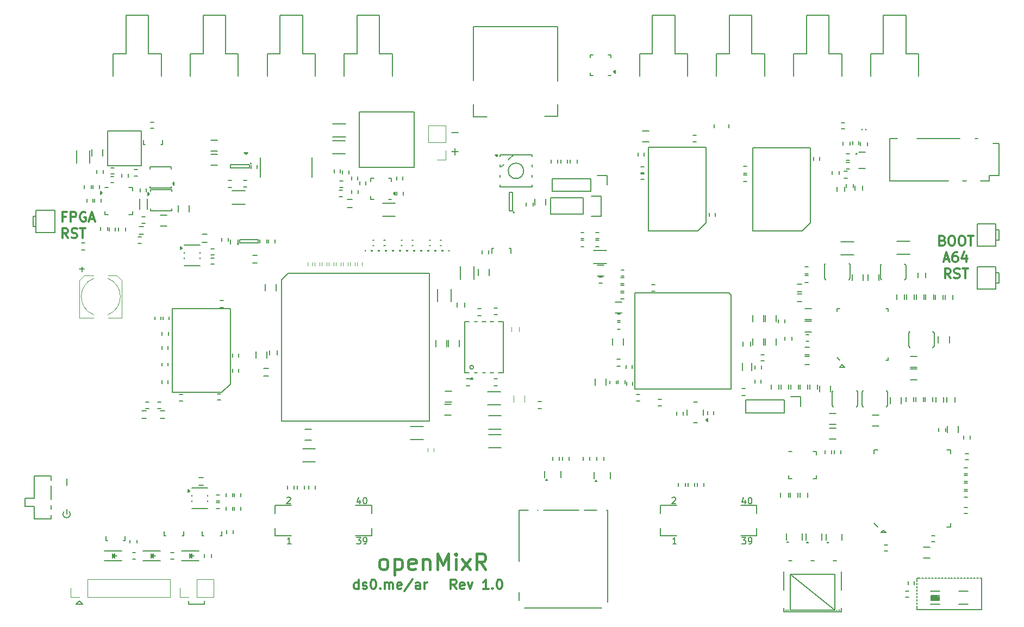
<source format=gto>
G04 #@! TF.FileFunction,Legend,Top*
%FSLAX46Y46*%
G04 Gerber Fmt 4.6, Leading zero omitted, Abs format (unit mm)*
G04 Created by KiCad (PCBNEW 4.0.5) date Sun Feb 12 14:34:10 2017*
%MOMM*%
%LPD*%
G01*
G04 APERTURE LIST*
%ADD10C,0.020000*%
%ADD11C,0.200000*%
%ADD12C,0.450000*%
%ADD13C,0.300000*%
%ADD14C,0.150000*%
%ADD15C,0.120000*%
G04 APERTURE END LIST*
D10*
D11*
X152600000Y-107850000D02*
X152550000Y-107800000D01*
X152450000Y-107850000D02*
X152600000Y-107850000D01*
X152250000Y-107500000D02*
X152550000Y-107800000D01*
X151900000Y-107850000D02*
X152450000Y-107850000D01*
X152250000Y-107500000D02*
X151900000Y-107850000D01*
X110450000Y-36300000D02*
X110200000Y-36050000D01*
X110450000Y-35800000D02*
X110450000Y-36300000D01*
X110200000Y-36050000D02*
X110450000Y-35800000D01*
X30300000Y-55200000D02*
X30300000Y-55150000D01*
X30550000Y-54950000D02*
X30300000Y-55200000D01*
X30300000Y-54700000D02*
X30300000Y-55150000D01*
X30550000Y-54950000D02*
X30300000Y-54700000D01*
X53250000Y-48650000D02*
X52950000Y-48950000D01*
X52650000Y-48650000D02*
X53250000Y-48650000D01*
X52950000Y-48950000D02*
X52650000Y-48650000D01*
X76200000Y-55300000D02*
X76200000Y-54800000D01*
X76200000Y-55300000D02*
X75950000Y-55050000D01*
X75950000Y-55050000D02*
X76200000Y-54800000D01*
X85000000Y-45500000D02*
X86000000Y-45500000D01*
X85500000Y-48000000D02*
X85500000Y-49000000D01*
X85000000Y-48500000D02*
X86000000Y-48500000D01*
D12*
X74202381Y-113630952D02*
X73964286Y-113511905D01*
X73845238Y-113392857D01*
X73726190Y-113154762D01*
X73726190Y-112440476D01*
X73845238Y-112202381D01*
X73964286Y-112083333D01*
X74202381Y-111964286D01*
X74559524Y-111964286D01*
X74797619Y-112083333D01*
X74916667Y-112202381D01*
X75035714Y-112440476D01*
X75035714Y-113154762D01*
X74916667Y-113392857D01*
X74797619Y-113511905D01*
X74559524Y-113630952D01*
X74202381Y-113630952D01*
X76107143Y-111964286D02*
X76107143Y-114464286D01*
X76107143Y-112083333D02*
X76345238Y-111964286D01*
X76821429Y-111964286D01*
X77059524Y-112083333D01*
X77178572Y-112202381D01*
X77297619Y-112440476D01*
X77297619Y-113154762D01*
X77178572Y-113392857D01*
X77059524Y-113511905D01*
X76821429Y-113630952D01*
X76345238Y-113630952D01*
X76107143Y-113511905D01*
X79321429Y-113511905D02*
X79083334Y-113630952D01*
X78607143Y-113630952D01*
X78369048Y-113511905D01*
X78250000Y-113273810D01*
X78250000Y-112321429D01*
X78369048Y-112083333D01*
X78607143Y-111964286D01*
X79083334Y-111964286D01*
X79321429Y-112083333D01*
X79440477Y-112321429D01*
X79440477Y-112559524D01*
X78250000Y-112797619D01*
X80511905Y-111964286D02*
X80511905Y-113630952D01*
X80511905Y-112202381D02*
X80630953Y-112083333D01*
X80869048Y-111964286D01*
X81226191Y-111964286D01*
X81464286Y-112083333D01*
X81583334Y-112321429D01*
X81583334Y-113630952D01*
X82773810Y-113630952D02*
X82773810Y-111130952D01*
X83607143Y-112916667D01*
X84440477Y-111130952D01*
X84440477Y-113630952D01*
X85630953Y-113630952D02*
X85630953Y-111964286D01*
X85630953Y-111130952D02*
X85511905Y-111250000D01*
X85630953Y-111369048D01*
X85750001Y-111250000D01*
X85630953Y-111130952D01*
X85630953Y-111369048D01*
X86583334Y-113630952D02*
X87892858Y-111964286D01*
X86583334Y-111964286D02*
X87892858Y-113630952D01*
X90273811Y-113630952D02*
X89440477Y-112440476D01*
X88845239Y-113630952D02*
X88845239Y-111130952D01*
X89797620Y-111130952D01*
X90035715Y-111250000D01*
X90154763Y-111369048D01*
X90273811Y-111607143D01*
X90273811Y-111964286D01*
X90154763Y-112202381D01*
X90035715Y-112321429D01*
X89797620Y-112440476D01*
X88845239Y-112440476D01*
D11*
X46500000Y-119000000D02*
X46500000Y-118500000D01*
X44000000Y-119000000D02*
X46500000Y-119000000D01*
X44000000Y-118500000D02*
X44000000Y-119000000D01*
X27500000Y-119000000D02*
X27000000Y-118500000D01*
X26500000Y-119000000D02*
X27500000Y-119000000D01*
X27000000Y-118500000D02*
X26500000Y-119000000D01*
X25000000Y-104950000D02*
X25000000Y-104200000D01*
X24600000Y-104600000D02*
G75*
G03X25400000Y-104600000I400000J-400000D01*
G01*
X25000000Y-100500000D02*
X25000000Y-99500000D01*
D13*
X161464286Y-62342857D02*
X161678572Y-62414286D01*
X161750000Y-62485714D01*
X161821429Y-62628571D01*
X161821429Y-62842857D01*
X161750000Y-62985714D01*
X161678572Y-63057143D01*
X161535714Y-63128571D01*
X160964286Y-63128571D01*
X160964286Y-61628571D01*
X161464286Y-61628571D01*
X161607143Y-61700000D01*
X161678572Y-61771429D01*
X161750000Y-61914286D01*
X161750000Y-62057143D01*
X161678572Y-62200000D01*
X161607143Y-62271429D01*
X161464286Y-62342857D01*
X160964286Y-62342857D01*
X162750000Y-61628571D02*
X163035714Y-61628571D01*
X163178572Y-61700000D01*
X163321429Y-61842857D01*
X163392857Y-62128571D01*
X163392857Y-62628571D01*
X163321429Y-62914286D01*
X163178572Y-63057143D01*
X163035714Y-63128571D01*
X162750000Y-63128571D01*
X162607143Y-63057143D01*
X162464286Y-62914286D01*
X162392857Y-62628571D01*
X162392857Y-62128571D01*
X162464286Y-61842857D01*
X162607143Y-61700000D01*
X162750000Y-61628571D01*
X164321429Y-61628571D02*
X164607143Y-61628571D01*
X164750001Y-61700000D01*
X164892858Y-61842857D01*
X164964286Y-62128571D01*
X164964286Y-62628571D01*
X164892858Y-62914286D01*
X164750001Y-63057143D01*
X164607143Y-63128571D01*
X164321429Y-63128571D01*
X164178572Y-63057143D01*
X164035715Y-62914286D01*
X163964286Y-62628571D01*
X163964286Y-62128571D01*
X164035715Y-61842857D01*
X164178572Y-61700000D01*
X164321429Y-61628571D01*
X165392858Y-61628571D02*
X166250001Y-61628571D01*
X165821430Y-63128571D02*
X165821430Y-61628571D01*
X161714286Y-65250000D02*
X162428572Y-65250000D01*
X161571429Y-65678571D02*
X162071429Y-64178571D01*
X162571429Y-65678571D01*
X163714286Y-64178571D02*
X163428572Y-64178571D01*
X163285715Y-64250000D01*
X163214286Y-64321429D01*
X163071429Y-64535714D01*
X163000000Y-64821429D01*
X163000000Y-65392857D01*
X163071429Y-65535714D01*
X163142857Y-65607143D01*
X163285715Y-65678571D01*
X163571429Y-65678571D01*
X163714286Y-65607143D01*
X163785715Y-65535714D01*
X163857143Y-65392857D01*
X163857143Y-65035714D01*
X163785715Y-64892857D01*
X163714286Y-64821429D01*
X163571429Y-64750000D01*
X163285715Y-64750000D01*
X163142857Y-64821429D01*
X163071429Y-64892857D01*
X163000000Y-65035714D01*
X165142857Y-64678571D02*
X165142857Y-65678571D01*
X164785714Y-64107143D02*
X164428571Y-65178571D01*
X165357143Y-65178571D01*
X162678572Y-68228571D02*
X162178572Y-67514286D01*
X161821429Y-68228571D02*
X161821429Y-66728571D01*
X162392857Y-66728571D01*
X162535715Y-66800000D01*
X162607143Y-66871429D01*
X162678572Y-67014286D01*
X162678572Y-67228571D01*
X162607143Y-67371429D01*
X162535715Y-67442857D01*
X162392857Y-67514286D01*
X161821429Y-67514286D01*
X163250000Y-68157143D02*
X163464286Y-68228571D01*
X163821429Y-68228571D01*
X163964286Y-68157143D01*
X164035715Y-68085714D01*
X164107143Y-67942857D01*
X164107143Y-67800000D01*
X164035715Y-67657143D01*
X163964286Y-67585714D01*
X163821429Y-67514286D01*
X163535715Y-67442857D01*
X163392857Y-67371429D01*
X163321429Y-67300000D01*
X163250000Y-67157143D01*
X163250000Y-67014286D01*
X163321429Y-66871429D01*
X163392857Y-66800000D01*
X163535715Y-66728571D01*
X163892857Y-66728571D01*
X164107143Y-66800000D01*
X164535714Y-66728571D02*
X165392857Y-66728571D01*
X164964286Y-68228571D02*
X164964286Y-66728571D01*
X24857143Y-58617857D02*
X24357143Y-58617857D01*
X24357143Y-59403571D02*
X24357143Y-57903571D01*
X25071429Y-57903571D01*
X25642857Y-59403571D02*
X25642857Y-57903571D01*
X26214285Y-57903571D01*
X26357143Y-57975000D01*
X26428571Y-58046429D01*
X26500000Y-58189286D01*
X26500000Y-58403571D01*
X26428571Y-58546429D01*
X26357143Y-58617857D01*
X26214285Y-58689286D01*
X25642857Y-58689286D01*
X27928571Y-57975000D02*
X27785714Y-57903571D01*
X27571428Y-57903571D01*
X27357143Y-57975000D01*
X27214285Y-58117857D01*
X27142857Y-58260714D01*
X27071428Y-58546429D01*
X27071428Y-58760714D01*
X27142857Y-59046429D01*
X27214285Y-59189286D01*
X27357143Y-59332143D01*
X27571428Y-59403571D01*
X27714285Y-59403571D01*
X27928571Y-59332143D01*
X28000000Y-59260714D01*
X28000000Y-58760714D01*
X27714285Y-58760714D01*
X28571428Y-58975000D02*
X29285714Y-58975000D01*
X28428571Y-59403571D02*
X28928571Y-57903571D01*
X29428571Y-59403571D01*
X25214286Y-61953571D02*
X24714286Y-61239286D01*
X24357143Y-61953571D02*
X24357143Y-60453571D01*
X24928571Y-60453571D01*
X25071429Y-60525000D01*
X25142857Y-60596429D01*
X25214286Y-60739286D01*
X25214286Y-60953571D01*
X25142857Y-61096429D01*
X25071429Y-61167857D01*
X24928571Y-61239286D01*
X24357143Y-61239286D01*
X25785714Y-61882143D02*
X26000000Y-61953571D01*
X26357143Y-61953571D01*
X26500000Y-61882143D01*
X26571429Y-61810714D01*
X26642857Y-61667857D01*
X26642857Y-61525000D01*
X26571429Y-61382143D01*
X26500000Y-61310714D01*
X26357143Y-61239286D01*
X26071429Y-61167857D01*
X25928571Y-61096429D01*
X25857143Y-61025000D01*
X25785714Y-60882143D01*
X25785714Y-60739286D01*
X25857143Y-60596429D01*
X25928571Y-60525000D01*
X26071429Y-60453571D01*
X26428571Y-60453571D01*
X26642857Y-60525000D01*
X27071428Y-60453571D02*
X27928571Y-60453571D01*
X27500000Y-61953571D02*
X27500000Y-60453571D01*
X70500000Y-116678571D02*
X70500000Y-115178571D01*
X70500000Y-116607143D02*
X70357143Y-116678571D01*
X70071429Y-116678571D01*
X69928571Y-116607143D01*
X69857143Y-116535714D01*
X69785714Y-116392857D01*
X69785714Y-115964286D01*
X69857143Y-115821429D01*
X69928571Y-115750000D01*
X70071429Y-115678571D01*
X70357143Y-115678571D01*
X70500000Y-115750000D01*
X71142857Y-116607143D02*
X71285714Y-116678571D01*
X71571429Y-116678571D01*
X71714286Y-116607143D01*
X71785714Y-116464286D01*
X71785714Y-116392857D01*
X71714286Y-116250000D01*
X71571429Y-116178571D01*
X71357143Y-116178571D01*
X71214286Y-116107143D01*
X71142857Y-115964286D01*
X71142857Y-115892857D01*
X71214286Y-115750000D01*
X71357143Y-115678571D01*
X71571429Y-115678571D01*
X71714286Y-115750000D01*
X72714286Y-115178571D02*
X72857143Y-115178571D01*
X73000000Y-115250000D01*
X73071429Y-115321429D01*
X73142858Y-115464286D01*
X73214286Y-115750000D01*
X73214286Y-116107143D01*
X73142858Y-116392857D01*
X73071429Y-116535714D01*
X73000000Y-116607143D01*
X72857143Y-116678571D01*
X72714286Y-116678571D01*
X72571429Y-116607143D01*
X72500000Y-116535714D01*
X72428572Y-116392857D01*
X72357143Y-116107143D01*
X72357143Y-115750000D01*
X72428572Y-115464286D01*
X72500000Y-115321429D01*
X72571429Y-115250000D01*
X72714286Y-115178571D01*
X73857143Y-116535714D02*
X73928571Y-116607143D01*
X73857143Y-116678571D01*
X73785714Y-116607143D01*
X73857143Y-116535714D01*
X73857143Y-116678571D01*
X74571429Y-116678571D02*
X74571429Y-115678571D01*
X74571429Y-115821429D02*
X74642857Y-115750000D01*
X74785715Y-115678571D01*
X75000000Y-115678571D01*
X75142857Y-115750000D01*
X75214286Y-115892857D01*
X75214286Y-116678571D01*
X75214286Y-115892857D02*
X75285715Y-115750000D01*
X75428572Y-115678571D01*
X75642857Y-115678571D01*
X75785715Y-115750000D01*
X75857143Y-115892857D01*
X75857143Y-116678571D01*
X77142857Y-116607143D02*
X77000000Y-116678571D01*
X76714286Y-116678571D01*
X76571429Y-116607143D01*
X76500000Y-116464286D01*
X76500000Y-115892857D01*
X76571429Y-115750000D01*
X76714286Y-115678571D01*
X77000000Y-115678571D01*
X77142857Y-115750000D01*
X77214286Y-115892857D01*
X77214286Y-116035714D01*
X76500000Y-116178571D01*
X78928571Y-115107143D02*
X77642857Y-117035714D01*
X80071429Y-116678571D02*
X80071429Y-115892857D01*
X80000000Y-115750000D01*
X79857143Y-115678571D01*
X79571429Y-115678571D01*
X79428572Y-115750000D01*
X80071429Y-116607143D02*
X79928572Y-116678571D01*
X79571429Y-116678571D01*
X79428572Y-116607143D01*
X79357143Y-116464286D01*
X79357143Y-116321429D01*
X79428572Y-116178571D01*
X79571429Y-116107143D01*
X79928572Y-116107143D01*
X80071429Y-116035714D01*
X80785715Y-116678571D02*
X80785715Y-115678571D01*
X80785715Y-115964286D02*
X80857143Y-115821429D01*
X80928572Y-115750000D01*
X81071429Y-115678571D01*
X81214286Y-115678571D01*
X85714286Y-116678571D02*
X85214286Y-115964286D01*
X84857143Y-116678571D02*
X84857143Y-115178571D01*
X85428571Y-115178571D01*
X85571429Y-115250000D01*
X85642857Y-115321429D01*
X85714286Y-115464286D01*
X85714286Y-115678571D01*
X85642857Y-115821429D01*
X85571429Y-115892857D01*
X85428571Y-115964286D01*
X84857143Y-115964286D01*
X86928571Y-116607143D02*
X86785714Y-116678571D01*
X86500000Y-116678571D01*
X86357143Y-116607143D01*
X86285714Y-116464286D01*
X86285714Y-115892857D01*
X86357143Y-115750000D01*
X86500000Y-115678571D01*
X86785714Y-115678571D01*
X86928571Y-115750000D01*
X87000000Y-115892857D01*
X87000000Y-116035714D01*
X86285714Y-116178571D01*
X87500000Y-115678571D02*
X87857143Y-116678571D01*
X88214285Y-115678571D01*
X90714285Y-116678571D02*
X89857142Y-116678571D01*
X90285714Y-116678571D02*
X90285714Y-115178571D01*
X90142857Y-115392857D01*
X89999999Y-115535714D01*
X89857142Y-115607143D01*
X91357142Y-116535714D02*
X91428570Y-116607143D01*
X91357142Y-116678571D01*
X91285713Y-116607143D01*
X91357142Y-116535714D01*
X91357142Y-116678571D01*
X92357142Y-115178571D02*
X92499999Y-115178571D01*
X92642856Y-115250000D01*
X92714285Y-115321429D01*
X92785714Y-115464286D01*
X92857142Y-115750000D01*
X92857142Y-116107143D01*
X92785714Y-116392857D01*
X92714285Y-116535714D01*
X92642856Y-116607143D01*
X92499999Y-116678571D01*
X92357142Y-116678571D01*
X92214285Y-116607143D01*
X92142856Y-116535714D01*
X92071428Y-116392857D01*
X91999999Y-116107143D01*
X91999999Y-115750000D01*
X92071428Y-115464286D01*
X92142856Y-115321429D01*
X92214285Y-115250000D01*
X92357142Y-115178571D01*
D14*
X92000000Y-49300000D02*
X92200000Y-49000000D01*
X92200000Y-49000000D02*
X91800000Y-49000000D01*
X91800000Y-49000000D02*
X92000000Y-49300000D01*
X96200000Y-51500000D02*
G75*
G03X96200000Y-51500000I-1200000J0D01*
G01*
X97500000Y-52100000D02*
X97500000Y-52500000D01*
X97500000Y-50500000D02*
X97500000Y-50900000D01*
X92500000Y-52100000D02*
X92500000Y-52500000D01*
X92500000Y-50900000D02*
X92500000Y-50500000D01*
X93800000Y-49800000D02*
X94600000Y-49000000D01*
X93100000Y-50500000D02*
X92700000Y-50900000D01*
X97500000Y-49300000D02*
X97500000Y-49000000D01*
X97500000Y-49000000D02*
X92600000Y-49000000D01*
X92600000Y-49000000D02*
X92500000Y-49000000D01*
X92500000Y-49000000D02*
X92500000Y-49300000D01*
X97500000Y-54000000D02*
X92500000Y-54000000D01*
X97500000Y-53700000D02*
X97500000Y-54000000D01*
X92500000Y-54000000D02*
X92500000Y-53700000D01*
X29075000Y-53760000D02*
X29075000Y-54260000D01*
X30125000Y-54260000D02*
X30125000Y-53760000D01*
X79150000Y-42350000D02*
X70550000Y-42350000D01*
X70550000Y-42350000D02*
X70550000Y-50950000D01*
X70550000Y-50950000D02*
X79150000Y-50950000D01*
X79150000Y-50950000D02*
X79150000Y-42350000D01*
X54700000Y-65850000D02*
X54000000Y-65850000D01*
X54000000Y-64650000D02*
X54700000Y-64650000D01*
X72375000Y-55925000D02*
X72375000Y-55425000D01*
X75625000Y-52675000D02*
X75625000Y-53175000D01*
X72375000Y-52675000D02*
X72375000Y-53175000D01*
X75625000Y-55925000D02*
X75125000Y-55925000D01*
X75625000Y-52675000D02*
X75125000Y-52675000D01*
X72375000Y-52675000D02*
X72875000Y-52675000D01*
X72375000Y-55925000D02*
X72875000Y-55925000D01*
X49200000Y-86000000D02*
X50500000Y-84700000D01*
X50500000Y-84700000D02*
X50500000Y-73000000D01*
X50500000Y-73000000D02*
X41500000Y-73000000D01*
X41500000Y-73000000D02*
X41500000Y-86000000D01*
X41500000Y-86000000D02*
X49200000Y-86000000D01*
X123350000Y-60850000D02*
X124650000Y-59550000D01*
X124650000Y-59550000D02*
X124650000Y-47850000D01*
X124650000Y-47850000D02*
X115650000Y-47850000D01*
X115650000Y-47850000D02*
X115650000Y-60850000D01*
X115650000Y-60850000D02*
X123350000Y-60850000D01*
X139600000Y-60900000D02*
X140900000Y-59600000D01*
X140900000Y-59600000D02*
X140900000Y-47900000D01*
X140900000Y-47900000D02*
X131900000Y-47900000D01*
X131900000Y-47900000D02*
X131900000Y-60900000D01*
X131900000Y-60900000D02*
X139600000Y-60900000D01*
X114025000Y-48700000D02*
X114025000Y-49200000D01*
X114975000Y-49200000D02*
X114975000Y-48700000D01*
X107680000Y-67880000D02*
X108680000Y-67880000D01*
X108680000Y-66180000D02*
X107680000Y-66180000D01*
X116670000Y-69205000D02*
X116170000Y-69205000D01*
X116170000Y-70255000D02*
X116670000Y-70255000D01*
X128500000Y-70850000D02*
X128150000Y-70500000D01*
X128150000Y-70500000D02*
X113500000Y-70500000D01*
X113500000Y-70500000D02*
X113500000Y-85500000D01*
X113500000Y-85500000D02*
X128500000Y-85500000D01*
X128500000Y-85500000D02*
X128500000Y-70850000D01*
X59500000Y-67500000D02*
X58500000Y-68500000D01*
X58500000Y-68500000D02*
X58500000Y-90500000D01*
X58500000Y-90500000D02*
X81500000Y-90500000D01*
X81500000Y-90500000D02*
X81500000Y-67500000D01*
X81500000Y-67500000D02*
X59500000Y-67500000D01*
X157500000Y-119870000D02*
X157500000Y-119720000D01*
X157500000Y-119500000D02*
X157500000Y-119750000D01*
X157500000Y-119250000D02*
X157500000Y-119500000D01*
X157500000Y-118750000D02*
X157500000Y-119000000D01*
X157500000Y-118250000D02*
X157500000Y-118500000D01*
X157500000Y-117750000D02*
X157500000Y-118000000D01*
X157500000Y-117250000D02*
X157500000Y-117500000D01*
X157500000Y-116750000D02*
X157500000Y-117000000D01*
X157500000Y-116250000D02*
X157500000Y-116500000D01*
X157500000Y-115750000D02*
X157500000Y-116000000D01*
X157750000Y-115000000D02*
X157500000Y-115000000D01*
X157500000Y-115000000D02*
X157500000Y-115500000D01*
X158000000Y-115000000D02*
X157750000Y-115000000D01*
X158500000Y-115000000D02*
X158250000Y-115000000D01*
X159000000Y-115000000D02*
X158750000Y-115000000D01*
X159500000Y-115000000D02*
X159250000Y-115000000D01*
X159750000Y-115000000D02*
X160000000Y-115000000D01*
X160250000Y-115000000D02*
X160500000Y-115000000D01*
X161000000Y-115000000D02*
X160750000Y-115000000D01*
X161500000Y-115000000D02*
X161250000Y-115000000D01*
X162000000Y-115000000D02*
X161750000Y-115000000D01*
X162500000Y-115000000D02*
X162250000Y-115000000D01*
X163000000Y-115000000D02*
X162750000Y-115000000D01*
X163500000Y-115000000D02*
X163250000Y-115000000D01*
X163750000Y-115000000D02*
X164000000Y-115000000D01*
X164500000Y-115000000D02*
X164250000Y-115000000D01*
X165000000Y-115000000D02*
X164750000Y-115000000D01*
X165500000Y-115000000D02*
X165250000Y-115000000D01*
X166000000Y-115000000D02*
X165750000Y-115000000D01*
X166500000Y-115000000D02*
X166250000Y-115000000D01*
X167000000Y-115000000D02*
X166750000Y-115000000D01*
X167500000Y-115000000D02*
X167250000Y-115000000D01*
X160100000Y-117700000D02*
X160100000Y-118400000D01*
X160100000Y-118400000D02*
X160000000Y-118400000D01*
X160000000Y-118400000D02*
X160000000Y-117700000D01*
X160000000Y-117700000D02*
X159900000Y-117700000D01*
X159900000Y-117700000D02*
X159900000Y-118400000D01*
X159900000Y-118400000D02*
X159800000Y-118400000D01*
X159800000Y-118400000D02*
X159800000Y-117700000D01*
X160200000Y-118400000D02*
X160200000Y-117700000D01*
X160300000Y-117700000D02*
X160300000Y-118400000D01*
X160400000Y-118400000D02*
X160400000Y-117700000D01*
X160500000Y-117700000D02*
X160500000Y-118400000D01*
X160600000Y-118400000D02*
X160600000Y-117700000D01*
X160700000Y-117800000D02*
X160700000Y-118300000D01*
X160800000Y-118300000D02*
X160800000Y-117800000D01*
X160900000Y-118400000D02*
X160900000Y-117700000D01*
X160900000Y-117700000D02*
X159700000Y-117700000D01*
X159700000Y-117700000D02*
X159700000Y-118400000D01*
X159700000Y-118400000D02*
X160800000Y-118400000D01*
X160800000Y-118400000D02*
X160900000Y-118400000D01*
X161000000Y-119000000D02*
X159600000Y-119000000D01*
X165400000Y-119000000D02*
X164000000Y-119000000D01*
X164000000Y-117000000D02*
X165400000Y-117000000D01*
X159600000Y-117000000D02*
X161000000Y-117000000D01*
X167500000Y-115000000D02*
X167500000Y-119870000D01*
X167500000Y-119870000D02*
X157500000Y-119870000D01*
X140450000Y-101650000D02*
X140450000Y-102350000D01*
X139250000Y-102350000D02*
X139250000Y-101650000D01*
X138950000Y-101650000D02*
X138950000Y-102350000D01*
X137750000Y-102350000D02*
X137750000Y-101650000D01*
X137450000Y-101650000D02*
X137450000Y-102350000D01*
X136250000Y-102350000D02*
X136250000Y-101650000D01*
X115700000Y-45300000D02*
X114700000Y-45300000D01*
X114700000Y-47000000D02*
X115700000Y-47000000D01*
X105600000Y-61075000D02*
X105100000Y-61075000D01*
X105100000Y-62025000D02*
X105600000Y-62025000D01*
X107900000Y-61075000D02*
X107400000Y-61075000D01*
X107400000Y-62025000D02*
X107900000Y-62025000D01*
X125135000Y-58060000D02*
X125135000Y-58560000D01*
X126085000Y-58560000D02*
X126085000Y-58060000D01*
X142325000Y-49850000D02*
X142325000Y-49350000D01*
X141375000Y-49350000D02*
X141375000Y-49850000D01*
X161850000Y-71550000D02*
X161850000Y-70850000D01*
X163050000Y-70850000D02*
X163050000Y-71550000D01*
X160350000Y-71550000D02*
X160350000Y-70850000D01*
X161550000Y-70850000D02*
X161550000Y-71550000D01*
X158850000Y-71500000D02*
X158850000Y-70800000D01*
X160050000Y-70800000D02*
X160050000Y-71500000D01*
X157600000Y-68100000D02*
X157600000Y-67400000D01*
X158800000Y-67400000D02*
X158800000Y-68100000D01*
X154350000Y-71500000D02*
X154350000Y-70800000D01*
X155550000Y-70800000D02*
X155550000Y-71500000D01*
X139550000Y-71860000D02*
X138850000Y-71860000D01*
X138850000Y-70660000D02*
X139550000Y-70660000D01*
X155850000Y-71500000D02*
X155850000Y-70800000D01*
X157050000Y-70800000D02*
X157050000Y-71500000D01*
X140480000Y-84780000D02*
X140480000Y-85480000D01*
X139280000Y-85480000D02*
X139280000Y-84780000D01*
X138980000Y-84780000D02*
X138980000Y-85480000D01*
X137780000Y-85480000D02*
X137780000Y-84780000D01*
X141980000Y-84780000D02*
X141980000Y-85480000D01*
X140780000Y-85480000D02*
X140780000Y-84780000D01*
X140050000Y-76650000D02*
X141050000Y-76650000D01*
X141050000Y-74950000D02*
X140050000Y-74950000D01*
X140050000Y-74650000D02*
X141050000Y-74650000D01*
X141050000Y-72950000D02*
X140050000Y-72950000D01*
X139550000Y-70360000D02*
X138850000Y-70360000D01*
X138850000Y-69160000D02*
X139550000Y-69160000D01*
X157350000Y-71500000D02*
X157350000Y-70800000D01*
X158550000Y-70800000D02*
X158550000Y-71500000D01*
X149100000Y-68600000D02*
X149100000Y-67600000D01*
X147400000Y-67600000D02*
X147400000Y-68600000D01*
X151500000Y-68600000D02*
X151500000Y-67600000D01*
X149800000Y-67600000D02*
X149800000Y-68600000D01*
X162500000Y-78300000D02*
X162500000Y-77300000D01*
X160800000Y-77300000D02*
X160800000Y-78300000D01*
X156450000Y-84070000D02*
X157450000Y-84070000D01*
X157450000Y-82370000D02*
X156450000Y-82370000D01*
X156440000Y-82100000D02*
X157440000Y-82100000D01*
X157440000Y-80400000D02*
X156440000Y-80400000D01*
X144870000Y-89310000D02*
X143870000Y-89310000D01*
X143870000Y-91010000D02*
X144870000Y-91010000D01*
X142310000Y-84950000D02*
X142310000Y-85950000D01*
X144010000Y-85950000D02*
X144010000Y-84950000D01*
X150540000Y-91240000D02*
X151540000Y-91240000D01*
X151540000Y-89540000D02*
X150540000Y-89540000D01*
X153320000Y-86770000D02*
X153320000Y-87770000D01*
X155020000Y-87770000D02*
X155020000Y-86770000D01*
X158750000Y-87450000D02*
X158750000Y-86750000D01*
X159950000Y-86750000D02*
X159950000Y-87450000D01*
X162150000Y-87500000D02*
X162150000Y-86800000D01*
X163350000Y-86800000D02*
X163350000Y-87500000D01*
X160450000Y-87500000D02*
X160450000Y-86800000D01*
X161650000Y-86800000D02*
X161650000Y-87500000D01*
X157250000Y-87450000D02*
X157250000Y-86750000D01*
X158450000Y-86750000D02*
X158450000Y-87450000D01*
X155750000Y-87450000D02*
X155750000Y-86750000D01*
X156950000Y-86750000D02*
X156950000Y-87450000D01*
X140000000Y-78950000D02*
X140700000Y-78950000D01*
X140700000Y-80150000D02*
X140000000Y-80150000D01*
X140000000Y-80450000D02*
X140700000Y-80450000D01*
X140700000Y-81650000D02*
X140000000Y-81650000D01*
X134780000Y-85480000D02*
X134780000Y-84780000D01*
X135980000Y-84780000D02*
X135980000Y-85480000D01*
X136280000Y-85480000D02*
X136280000Y-84780000D01*
X137480000Y-84780000D02*
X137480000Y-85480000D01*
X154330000Y-64495000D02*
X156330000Y-64495000D01*
X156330000Y-62445000D02*
X154330000Y-62445000D01*
X144870000Y-91600000D02*
X143870000Y-91600000D01*
X143870000Y-93300000D02*
X144870000Y-93300000D01*
X107100000Y-65935000D02*
X109100000Y-65935000D01*
X109100000Y-63885000D02*
X107100000Y-63885000D01*
X110500000Y-73650000D02*
X111500000Y-73650000D01*
X111500000Y-71950000D02*
X110500000Y-71950000D01*
X107950000Y-68975000D02*
X108450000Y-68975000D01*
X108450000Y-68025000D02*
X107950000Y-68025000D01*
X111350000Y-71475000D02*
X111850000Y-71475000D01*
X111850000Y-70525000D02*
X111350000Y-70525000D01*
X110050000Y-77600000D02*
X110050000Y-78600000D01*
X111750000Y-78600000D02*
X111750000Y-77600000D01*
X111350000Y-70275000D02*
X111850000Y-70275000D01*
X111850000Y-69325000D02*
X111350000Y-69325000D01*
X111360000Y-67875000D02*
X111860000Y-67875000D01*
X111860000Y-66925000D02*
X111360000Y-66925000D01*
X111350000Y-69075000D02*
X111850000Y-69075000D01*
X111850000Y-68125000D02*
X111350000Y-68125000D01*
X99640000Y-56830000D02*
X99640000Y-55830000D01*
X97940000Y-55830000D02*
X97940000Y-56830000D01*
X147475000Y-46900000D02*
X147475000Y-47400000D01*
X148425000Y-47400000D02*
X148425000Y-46900000D01*
X146450000Y-51175000D02*
X146950000Y-51175000D01*
X146950000Y-50225000D02*
X146450000Y-50225000D01*
X145700000Y-44975000D02*
X146200000Y-44975000D01*
X146200000Y-44025000D02*
X145700000Y-44025000D01*
X146450000Y-49825000D02*
X146950000Y-49825000D01*
X146950000Y-48875000D02*
X146450000Y-48875000D01*
X133850000Y-77600000D02*
X133850000Y-78600000D01*
X135550000Y-78600000D02*
X135550000Y-77600000D01*
X135550000Y-75000000D02*
X135550000Y-74000000D01*
X133850000Y-74000000D02*
X133850000Y-75000000D01*
X130340000Y-78800000D02*
X130340000Y-78100000D01*
X131540000Y-78100000D02*
X131540000Y-78800000D01*
X133550000Y-75000000D02*
X133550000Y-74000000D01*
X131850000Y-74000000D02*
X131850000Y-75000000D01*
X131850000Y-77600000D02*
X131850000Y-78600000D01*
X133550000Y-78600000D02*
X133550000Y-77600000D01*
X112245000Y-84370000D02*
X112245000Y-84870000D01*
X113195000Y-84870000D02*
X113195000Y-84370000D01*
X113075000Y-82260000D02*
X113075000Y-81760000D01*
X112125000Y-81760000D02*
X112125000Y-82260000D01*
X162200000Y-91250000D02*
X162200000Y-92250000D01*
X163900000Y-92250000D02*
X163900000Y-91250000D01*
X156075000Y-115450000D02*
X156075000Y-115950000D01*
X157025000Y-115950000D02*
X157025000Y-115450000D01*
X165500000Y-95575000D02*
X165000000Y-95575000D01*
X165000000Y-96525000D02*
X165500000Y-96525000D01*
X156200000Y-116975000D02*
X155700000Y-116975000D01*
X155700000Y-117925000D02*
X156200000Y-117925000D01*
X159500000Y-110150000D02*
X158500000Y-110150000D01*
X158500000Y-111850000D02*
X159500000Y-111850000D01*
X152370000Y-110765000D02*
X152870000Y-110765000D01*
X152870000Y-109815000D02*
X152370000Y-109815000D01*
X160250000Y-108325000D02*
X159750000Y-108325000D01*
X159750000Y-109275000D02*
X160250000Y-109275000D01*
X165350000Y-100175000D02*
X164850000Y-100175000D01*
X164850000Y-101125000D02*
X165350000Y-101125000D01*
X165350000Y-101375000D02*
X164850000Y-101375000D01*
X164850000Y-102325000D02*
X165350000Y-102325000D01*
X124825000Y-89000000D02*
X124825000Y-89500000D01*
X125775000Y-89500000D02*
X125775000Y-89000000D01*
X165350000Y-98975000D02*
X164850000Y-98975000D01*
X164850000Y-99925000D02*
X165350000Y-99925000D01*
X165350000Y-97775000D02*
X164850000Y-97775000D01*
X164850000Y-98725000D02*
X165350000Y-98725000D01*
X165350000Y-103975000D02*
X164850000Y-103975000D01*
X164850000Y-104925000D02*
X165350000Y-104925000D01*
X121025000Y-89550000D02*
X121025000Y-89050000D01*
X120075000Y-89050000D02*
X120075000Y-89550000D01*
X133650000Y-80125000D02*
X133150000Y-80125000D01*
X133150000Y-81075000D02*
X133650000Y-81075000D01*
X133185000Y-84570000D02*
X133185000Y-84070000D01*
X132235000Y-84070000D02*
X132235000Y-84570000D01*
X107340000Y-83890000D02*
X107340000Y-84890000D01*
X109040000Y-84890000D02*
X109040000Y-83890000D01*
X54520000Y-79680000D02*
X54520000Y-80680000D01*
X56220000Y-80680000D02*
X56220000Y-79680000D01*
X92700000Y-92575000D02*
X90700000Y-92575000D01*
X90700000Y-94625000D02*
X92700000Y-94625000D01*
X56600000Y-80150000D02*
X56600000Y-79450000D01*
X57800000Y-79450000D02*
X57800000Y-80150000D01*
X82500000Y-77910000D02*
X82500000Y-78910000D01*
X84200000Y-78910000D02*
X84200000Y-77910000D01*
X56410000Y-83480000D02*
X55710000Y-83480000D01*
X55710000Y-82280000D02*
X56410000Y-82280000D01*
X36700000Y-88850000D02*
X37400000Y-88850000D01*
X37400000Y-90050000D02*
X36700000Y-90050000D01*
X39600000Y-88850000D02*
X40300000Y-88850000D01*
X40300000Y-90050000D02*
X39600000Y-90050000D01*
X40025000Y-74200000D02*
X40025000Y-74700000D01*
X40975000Y-74700000D02*
X40975000Y-74200000D01*
X51825000Y-82850000D02*
X51825000Y-82350000D01*
X50875000Y-82350000D02*
X50875000Y-82850000D01*
X51825000Y-80500000D02*
X51825000Y-80000000D01*
X50875000Y-80000000D02*
X50875000Y-80500000D01*
X39875000Y-81400000D02*
X39875000Y-81900000D01*
X40825000Y-81900000D02*
X40825000Y-81400000D01*
X40825000Y-84650000D02*
X40825000Y-84150000D01*
X39875000Y-84150000D02*
X39875000Y-84650000D01*
X38725000Y-74200000D02*
X38725000Y-74700000D01*
X39675000Y-74700000D02*
X39675000Y-74200000D01*
X48500000Y-87225000D02*
X49000000Y-87225000D01*
X49000000Y-86275000D02*
X48500000Y-86275000D01*
X39875000Y-78800000D02*
X39875000Y-79300000D01*
X40825000Y-79300000D02*
X40825000Y-78800000D01*
X42600000Y-87325000D02*
X43100000Y-87325000D01*
X43100000Y-86375000D02*
X42600000Y-86375000D01*
X61750000Y-96825000D02*
X63750000Y-96825000D01*
X63750000Y-94775000D02*
X61750000Y-94775000D01*
X92700000Y-89675000D02*
X90700000Y-89675000D01*
X90700000Y-91725000D02*
X92700000Y-91725000D01*
X62150000Y-93450000D02*
X63150000Y-93450000D01*
X63150000Y-91750000D02*
X62150000Y-91750000D01*
X92600000Y-85925000D02*
X90600000Y-85925000D01*
X90600000Y-87975000D02*
X92600000Y-87975000D01*
X55950000Y-69200000D02*
X55950000Y-70200000D01*
X57650000Y-70200000D02*
X57650000Y-69200000D01*
X84950000Y-85850000D02*
X83950000Y-85850000D01*
X83950000Y-87550000D02*
X84950000Y-87550000D01*
X80550000Y-91325000D02*
X78550000Y-91325000D01*
X78550000Y-93375000D02*
X80550000Y-93375000D01*
X84510000Y-77910000D02*
X84510000Y-78910000D01*
X86210000Y-78910000D02*
X86210000Y-77910000D01*
X84900000Y-87850000D02*
X83900000Y-87850000D01*
X83900000Y-89550000D02*
X84900000Y-89550000D01*
X86375000Y-66360000D02*
X86375000Y-68360000D01*
X88425000Y-68360000D02*
X88425000Y-66360000D01*
X89150000Y-66800000D02*
X89150000Y-67800000D01*
X90850000Y-67800000D02*
X90850000Y-66800000D01*
X82825000Y-69900000D02*
X82825000Y-71900000D01*
X84875000Y-71900000D02*
X84875000Y-69900000D01*
X87050000Y-72000000D02*
X87050000Y-72700000D01*
X85850000Y-72700000D02*
X85850000Y-72000000D01*
X46150000Y-61400000D02*
X46850000Y-61400000D01*
X46850000Y-62600000D02*
X46150000Y-62600000D01*
X46300000Y-100500000D02*
X45600000Y-100500000D01*
X45600000Y-99300000D02*
X46300000Y-99300000D01*
X48300000Y-102925000D02*
X48800000Y-102925000D01*
X48800000Y-101975000D02*
X48300000Y-101975000D01*
X48300000Y-104125000D02*
X48800000Y-104125000D01*
X48800000Y-103175000D02*
X48300000Y-103175000D01*
X47500000Y-64625000D02*
X48000000Y-64625000D01*
X48000000Y-63675000D02*
X47500000Y-63675000D01*
X47500000Y-66025000D02*
X48000000Y-66025000D01*
X48000000Y-65075000D02*
X47500000Y-65075000D01*
X50500000Y-62900000D02*
X50500000Y-62200000D01*
X51700000Y-62200000D02*
X51700000Y-62900000D01*
X44100000Y-57920000D02*
X44100000Y-56920000D01*
X42400000Y-56920000D02*
X42400000Y-57920000D01*
X36300000Y-60210000D02*
X37000000Y-60210000D01*
X37000000Y-61410000D02*
X36300000Y-61410000D01*
X40600000Y-58400000D02*
X39600000Y-58400000D01*
X39600000Y-60100000D02*
X40600000Y-60100000D01*
X32575000Y-60850000D02*
X32575000Y-60350000D01*
X31625000Y-60350000D02*
X31625000Y-60850000D01*
X36435000Y-54280000D02*
X36435000Y-54780000D01*
X37385000Y-54780000D02*
X37385000Y-54280000D01*
X29385000Y-55860000D02*
X29385000Y-56360000D01*
X30335000Y-56360000D02*
X30335000Y-55860000D01*
X29145000Y-56360000D02*
X29145000Y-55860000D01*
X28195000Y-55860000D02*
X28195000Y-56360000D01*
X47480000Y-50630000D02*
X48480000Y-50630000D01*
X48480000Y-48930000D02*
X47480000Y-48930000D01*
X32440000Y-51025000D02*
X31940000Y-51025000D01*
X31940000Y-51975000D02*
X32440000Y-51975000D01*
X32360000Y-52405000D02*
X31860000Y-52405000D01*
X31860000Y-53355000D02*
X32360000Y-53355000D01*
X38120000Y-44855000D02*
X38620000Y-44855000D01*
X38620000Y-43905000D02*
X38120000Y-43905000D01*
X54675000Y-51100000D02*
X54675000Y-50600000D01*
X53725000Y-50600000D02*
X53725000Y-51100000D01*
X28900000Y-48200000D02*
X28900000Y-49200000D01*
X30600000Y-49200000D02*
X30600000Y-48200000D01*
X76200000Y-56525000D02*
X74200000Y-56525000D01*
X74200000Y-58575000D02*
X76200000Y-58575000D01*
X50800000Y-56675000D02*
X52800000Y-56675000D01*
X52800000Y-54625000D02*
X50800000Y-54625000D01*
X69450000Y-57190000D02*
X68750000Y-57190000D01*
X68750000Y-55990000D02*
X69450000Y-55990000D01*
X77355000Y-52900000D02*
X77355000Y-52400000D01*
X76405000Y-52400000D02*
X76405000Y-52900000D01*
X69425000Y-52400000D02*
X69425000Y-52900000D01*
X70375000Y-52900000D02*
X70375000Y-52400000D01*
X70675000Y-53150000D02*
X70675000Y-53650000D01*
X71625000Y-53650000D02*
X71625000Y-53150000D01*
X67625000Y-51800000D02*
X67625000Y-51300000D01*
X66675000Y-51300000D02*
X66675000Y-51800000D01*
X66410000Y-48835000D02*
X68410000Y-48835000D01*
X68410000Y-46785000D02*
X66410000Y-46785000D01*
X47510000Y-48450000D02*
X48510000Y-48450000D01*
X48510000Y-46750000D02*
X47510000Y-46750000D01*
X26525000Y-48300000D02*
X26525000Y-50300000D01*
X28575000Y-50300000D02*
X28575000Y-48300000D01*
X66440000Y-46245000D02*
X68440000Y-46245000D01*
X68440000Y-44195000D02*
X66440000Y-44195000D01*
X42900000Y-112250000D02*
X45600000Y-112250000D01*
X42900000Y-110750000D02*
X45600000Y-110750000D01*
X44400000Y-111650000D02*
X44400000Y-111400000D01*
X44400000Y-111400000D02*
X44250000Y-111550000D01*
X44150000Y-111150000D02*
X44150000Y-111850000D01*
X44500000Y-111500000D02*
X44850000Y-111500000D01*
X44150000Y-111500000D02*
X44500000Y-111150000D01*
X44500000Y-111150000D02*
X44500000Y-111850000D01*
X44500000Y-111850000D02*
X44150000Y-111500000D01*
X148880000Y-45150000D02*
X148880000Y-44950000D01*
X149480000Y-44950000D02*
X149480000Y-45150000D01*
X36900000Y-112250000D02*
X39600000Y-112250000D01*
X36900000Y-110750000D02*
X39600000Y-110750000D01*
X38400000Y-111650000D02*
X38400000Y-111400000D01*
X38400000Y-111400000D02*
X38250000Y-111550000D01*
X38150000Y-111150000D02*
X38150000Y-111850000D01*
X38500000Y-111500000D02*
X38850000Y-111500000D01*
X38150000Y-111500000D02*
X38500000Y-111150000D01*
X38500000Y-111150000D02*
X38500000Y-111850000D01*
X38500000Y-111850000D02*
X38150000Y-111500000D01*
X30900000Y-112250000D02*
X33600000Y-112250000D01*
X30900000Y-110750000D02*
X33600000Y-110750000D01*
X32400000Y-111650000D02*
X32400000Y-111400000D01*
X32400000Y-111400000D02*
X32250000Y-111550000D01*
X32150000Y-111150000D02*
X32150000Y-111850000D01*
X32500000Y-111500000D02*
X32850000Y-111500000D01*
X32150000Y-111500000D02*
X32500000Y-111150000D01*
X32500000Y-111150000D02*
X32500000Y-111850000D01*
X32500000Y-111850000D02*
X32150000Y-111500000D01*
X37610000Y-57440000D02*
X37610000Y-55890000D01*
X36410000Y-57440000D02*
X36410000Y-55890000D01*
X99750000Y-99550000D02*
X99650000Y-99700000D01*
X99650000Y-99700000D02*
X99850000Y-99700000D01*
X99850000Y-99700000D02*
X99750000Y-99550000D01*
X99500000Y-99300000D02*
X99500000Y-98300000D01*
X102000000Y-98300000D02*
X102000000Y-99300000D01*
X132500000Y-104850000D02*
X132500000Y-103650000D01*
X132500000Y-103650000D02*
X130000000Y-103650000D01*
X130000000Y-108350000D02*
X132500000Y-108350000D01*
X132500000Y-108350000D02*
X132500000Y-107150000D01*
X120000000Y-103650000D02*
X117500000Y-103650000D01*
X117500000Y-107150000D02*
X117500000Y-108350000D01*
X117500000Y-108350000D02*
X120000000Y-108350000D01*
X117500000Y-103650000D02*
X117500000Y-104850000D01*
X72500000Y-104850000D02*
X72500000Y-103650000D01*
X72500000Y-103650000D02*
X70000000Y-103650000D01*
X70000000Y-108350000D02*
X72500000Y-108350000D01*
X72500000Y-108350000D02*
X72500000Y-107150000D01*
X60000000Y-103650000D02*
X57500000Y-103650000D01*
X57500000Y-107150000D02*
X57500000Y-108350000D01*
X57500000Y-108350000D02*
X60000000Y-108350000D01*
X57500000Y-103650000D02*
X57500000Y-104850000D01*
X153250000Y-48950000D02*
X153250000Y-52050000D01*
X166550000Y-46450000D02*
X166950000Y-46450000D01*
X157450000Y-46450000D02*
X164150000Y-46450000D01*
X153250000Y-48950000D02*
X153250000Y-46450000D01*
X153250000Y-46450000D02*
X154450000Y-46450000D01*
X162350000Y-53050000D02*
X153250000Y-53050000D01*
X153250000Y-53050000D02*
X153250000Y-52050000D01*
X165150000Y-53050000D02*
X164550000Y-53050000D01*
X169350000Y-47250000D02*
X169850000Y-47250000D01*
X169850000Y-47250000D02*
X170250000Y-47250000D01*
X170250000Y-47250000D02*
X170250000Y-52250000D01*
X170250000Y-52250000D02*
X168750000Y-52250000D01*
X168750000Y-52250000D02*
X168750000Y-53050000D01*
X168750000Y-53050000D02*
X167350000Y-53050000D01*
X95450000Y-117150000D02*
X95450000Y-118450000D01*
X96950000Y-104350000D02*
X95450000Y-104350000D01*
X95450000Y-104350000D02*
X95450000Y-112300000D01*
X98450000Y-104350000D02*
X98350000Y-104350000D01*
X104800000Y-104350000D02*
X99300000Y-104350000D01*
X107600000Y-104350000D02*
X105650000Y-104350000D01*
X109250000Y-104350000D02*
X109100000Y-104350000D01*
X109250000Y-118650000D02*
X109250000Y-104350000D01*
X96350000Y-119600000D02*
X108350000Y-119600000D01*
X144250000Y-88060000D02*
X144450000Y-88260000D01*
X144250000Y-85960000D02*
X144450000Y-85760000D01*
X148250000Y-88060000D02*
X148050000Y-88260000D01*
X148250000Y-85960000D02*
X148050000Y-85760000D01*
X148250000Y-88060000D02*
X148250000Y-85960000D01*
X144250000Y-85960000D02*
X144250000Y-88060000D01*
X148910000Y-88080000D02*
X149110000Y-88280000D01*
X148910000Y-85980000D02*
X149110000Y-85780000D01*
X152910000Y-88080000D02*
X152710000Y-88280000D01*
X152910000Y-85980000D02*
X152710000Y-85780000D01*
X152910000Y-88080000D02*
X152910000Y-85980000D01*
X148910000Y-85980000D02*
X148910000Y-88080000D01*
X155750000Y-66200000D02*
X155550000Y-66000000D01*
X155750000Y-68300000D02*
X155550000Y-68500000D01*
X151750000Y-66200000D02*
X151950000Y-66000000D01*
X151750000Y-68300000D02*
X151950000Y-68500000D01*
X151750000Y-66200000D02*
X151750000Y-68300000D01*
X155750000Y-68300000D02*
X155750000Y-66200000D01*
X156150000Y-78850000D02*
X156350000Y-79050000D01*
X156150000Y-76750000D02*
X156350000Y-76550000D01*
X160150000Y-78850000D02*
X159950000Y-79050000D01*
X160150000Y-76750000D02*
X159950000Y-76550000D01*
X160150000Y-78850000D02*
X160150000Y-76750000D01*
X156150000Y-76750000D02*
X156150000Y-78850000D01*
X147050000Y-66150000D02*
X146850000Y-65950000D01*
X147050000Y-68250000D02*
X146850000Y-68450000D01*
X143050000Y-66150000D02*
X143250000Y-65950000D01*
X143050000Y-68250000D02*
X143250000Y-68450000D01*
X143050000Y-66150000D02*
X143050000Y-68250000D01*
X147050000Y-68250000D02*
X147050000Y-66150000D01*
X146200000Y-54000000D02*
X146200000Y-54700000D01*
X145000000Y-54700000D02*
X145000000Y-54000000D01*
X149000000Y-53850000D02*
X149000000Y-54550000D01*
X147800000Y-54550000D02*
X147800000Y-53850000D01*
X31360000Y-50740000D02*
X36640000Y-50740000D01*
X36640000Y-50740000D02*
X36640000Y-45260000D01*
X36640000Y-45260000D02*
X31360000Y-45260000D01*
X31360000Y-45260000D02*
X31360000Y-50740000D01*
X55200000Y-49450000D02*
X55200000Y-52450000D01*
X63200000Y-49450000D02*
X63200000Y-52450000D01*
X136800000Y-87200000D02*
X136800000Y-89200000D01*
X136800000Y-89200000D02*
X130800000Y-89200000D01*
X130800000Y-89200000D02*
X130800000Y-87200000D01*
X130800000Y-87200000D02*
X136800000Y-87200000D01*
X137800000Y-86700000D02*
X139300000Y-86700000D01*
X139300000Y-86700000D02*
X139300000Y-88200000D01*
X105480000Y-55730000D02*
X100400000Y-55730000D01*
X100400000Y-55730000D02*
X100400000Y-58270000D01*
X100400000Y-58270000D02*
X105480000Y-58270000D01*
X108300000Y-58550000D02*
X106750000Y-58550000D01*
X105480000Y-58270000D02*
X105480000Y-55730000D01*
X106750000Y-55450000D02*
X108300000Y-55450000D01*
X108300000Y-55450000D02*
X108300000Y-58550000D01*
X106680000Y-52700000D02*
X106680000Y-54700000D01*
X106680000Y-54700000D02*
X100680000Y-54700000D01*
X100680000Y-54700000D02*
X100680000Y-52700000D01*
X100680000Y-52700000D02*
X106680000Y-52700000D01*
X107680000Y-52200000D02*
X109180000Y-52200000D01*
X109180000Y-52200000D02*
X109180000Y-53700000D01*
X40430840Y-108350240D02*
X40479100Y-108350240D01*
X43229820Y-107649200D02*
X43229820Y-108350240D01*
X43229820Y-108350240D02*
X42980900Y-108350240D01*
X40430840Y-108350240D02*
X40230180Y-108350240D01*
X40230180Y-108350240D02*
X40230180Y-107649200D01*
X31300840Y-109150240D02*
X31349100Y-109150240D01*
X34099820Y-108449200D02*
X34099820Y-109150240D01*
X34099820Y-109150240D02*
X33850900Y-109150240D01*
X31300840Y-109150240D02*
X31100180Y-109150240D01*
X31100180Y-109150240D02*
X31100180Y-108449200D01*
X37870000Y-55120000D02*
X37670000Y-54870000D01*
X37670000Y-54870000D02*
X37670000Y-55320000D01*
X37670000Y-55320000D02*
X37870000Y-55120000D01*
X38070000Y-57420000D02*
X38070000Y-57720000D01*
X38070000Y-57720000D02*
X41370000Y-57720000D01*
X41370000Y-57720000D02*
X41370000Y-57420000D01*
X41370000Y-54420000D02*
X41370000Y-54720000D01*
X41370000Y-54420000D02*
X38070000Y-54420000D01*
X38070000Y-54420000D02*
X38070000Y-54720000D01*
X41520000Y-53480000D02*
X41720000Y-53730000D01*
X41720000Y-53730000D02*
X41720000Y-53280000D01*
X41720000Y-53280000D02*
X41520000Y-53480000D01*
X41320000Y-51180000D02*
X41320000Y-50880000D01*
X41320000Y-50880000D02*
X38020000Y-50880000D01*
X38020000Y-50880000D02*
X38020000Y-51180000D01*
X38020000Y-54180000D02*
X38020000Y-53880000D01*
X38020000Y-54180000D02*
X41320000Y-54180000D01*
X41320000Y-54180000D02*
X41320000Y-53880000D01*
X37170840Y-47390240D02*
X37219100Y-47390240D01*
X39969820Y-46689200D02*
X39969820Y-47390240D01*
X39969820Y-47390240D02*
X39720900Y-47390240D01*
X37170840Y-47390240D02*
X36970180Y-47390240D01*
X36970180Y-47390240D02*
X36970180Y-46689200D01*
X130700000Y-85445000D02*
X130200000Y-85445000D01*
X130200000Y-86495000D02*
X130700000Y-86495000D01*
X46475000Y-111250000D02*
X46475000Y-111750000D01*
X47525000Y-111750000D02*
X47525000Y-111250000D01*
X144575000Y-95100000D02*
X144575000Y-95600000D01*
X145625000Y-95600000D02*
X145625000Y-95100000D01*
X143125000Y-95100000D02*
X143125000Y-95600000D01*
X144175000Y-95600000D02*
X144175000Y-95100000D01*
X120325000Y-100150000D02*
X120325000Y-100650000D01*
X121375000Y-100650000D02*
X121375000Y-100150000D01*
X122825000Y-100650000D02*
X122825000Y-100150000D01*
X121775000Y-100150000D02*
X121775000Y-100650000D01*
X124275000Y-100650000D02*
X124275000Y-100150000D01*
X123225000Y-100150000D02*
X123225000Y-100650000D01*
X59375000Y-100550000D02*
X59375000Y-101050000D01*
X60425000Y-101050000D02*
X60425000Y-100550000D01*
X62025000Y-101050000D02*
X62025000Y-100550000D01*
X60975000Y-100550000D02*
X60975000Y-101050000D01*
X63775000Y-101050000D02*
X63775000Y-100550000D01*
X62725000Y-100550000D02*
X62725000Y-101050000D01*
X122600000Y-46975000D02*
X123100000Y-46975000D01*
X123100000Y-45925000D02*
X122600000Y-45925000D01*
X105600000Y-62275000D02*
X105100000Y-62275000D01*
X105100000Y-63325000D02*
X105600000Y-63325000D01*
X107900000Y-62275000D02*
X107400000Y-62275000D01*
X107400000Y-63325000D02*
X107900000Y-63325000D01*
X114970000Y-50905000D02*
X114470000Y-50905000D01*
X114470000Y-51955000D02*
X114970000Y-51955000D01*
X130950000Y-50825000D02*
X130450000Y-50825000D01*
X130450000Y-51875000D02*
X130950000Y-51875000D01*
X114950000Y-51805000D02*
X114450000Y-51805000D01*
X114450000Y-52855000D02*
X114950000Y-52855000D01*
X130950000Y-52125000D02*
X130450000Y-52125000D01*
X130450000Y-53175000D02*
X130950000Y-53175000D01*
X140550000Y-66485000D02*
X140050000Y-66485000D01*
X140050000Y-67535000D02*
X140550000Y-67535000D01*
X140560000Y-67835000D02*
X140060000Y-67835000D01*
X140060000Y-68885000D02*
X140560000Y-68885000D01*
X140650000Y-77025000D02*
X140150000Y-77025000D01*
X140150000Y-78075000D02*
X140650000Y-78075000D01*
X136925000Y-77400000D02*
X136925000Y-77900000D01*
X137975000Y-77900000D02*
X137975000Y-77400000D01*
X96615000Y-56460000D02*
X96615000Y-56960000D01*
X97665000Y-56960000D02*
X97665000Y-56460000D01*
X148675000Y-47050000D02*
X148675000Y-47550000D01*
X149725000Y-47550000D02*
X149725000Y-47050000D01*
X146650000Y-51575000D02*
X146150000Y-51575000D01*
X146150000Y-52625000D02*
X146650000Y-52625000D01*
X144275000Y-51550000D02*
X144275000Y-52050000D01*
X145325000Y-52050000D02*
X145325000Y-51550000D01*
X147525000Y-54100000D02*
X147525000Y-53600000D01*
X146475000Y-53600000D02*
X146475000Y-54100000D01*
X145975000Y-46950000D02*
X145975000Y-47450000D01*
X147025000Y-47450000D02*
X147025000Y-46950000D01*
X108675000Y-96550000D02*
X108675000Y-96050000D01*
X107625000Y-96050000D02*
X107625000Y-96550000D01*
X103315000Y-96570000D02*
X103315000Y-96070000D01*
X102265000Y-96070000D02*
X102265000Y-96570000D01*
X101755000Y-96590000D02*
X101755000Y-96090000D01*
X100705000Y-96090000D02*
X100705000Y-96590000D01*
X106505000Y-96580000D02*
X106505000Y-96080000D01*
X105455000Y-96080000D02*
X105455000Y-96580000D01*
X135875000Y-74650000D02*
X135875000Y-75150000D01*
X136925000Y-75150000D02*
X136925000Y-74650000D01*
X161925000Y-92100000D02*
X161925000Y-91600000D01*
X160875000Y-91600000D02*
X160875000Y-92100000D01*
X133275000Y-82350000D02*
X133275000Y-81850000D01*
X132225000Y-81850000D02*
X132225000Y-82350000D01*
X165775000Y-93250000D02*
X165775000Y-92750000D01*
X164725000Y-92750000D02*
X164725000Y-93250000D01*
X110770000Y-74865000D02*
X111270000Y-74865000D01*
X111270000Y-73815000D02*
X110770000Y-73815000D01*
X110770000Y-76165000D02*
X111270000Y-76165000D01*
X111270000Y-75115000D02*
X110770000Y-75115000D01*
X90775000Y-64450000D02*
X90775000Y-63950000D01*
X89725000Y-63950000D02*
X89725000Y-64450000D01*
X110700000Y-81925000D02*
X111200000Y-81925000D01*
X111200000Y-80875000D02*
X110700000Y-80875000D01*
X113750000Y-87375000D02*
X114250000Y-87375000D01*
X114250000Y-86325000D02*
X113750000Y-86325000D01*
X111985000Y-84680000D02*
X111985000Y-84180000D01*
X110935000Y-84180000D02*
X110935000Y-84680000D01*
X110675000Y-84690000D02*
X110675000Y-84190000D01*
X109625000Y-84190000D02*
X109625000Y-84690000D01*
X117150000Y-88125000D02*
X117650000Y-88125000D01*
X117650000Y-87075000D02*
X117150000Y-87075000D01*
X49430000Y-71735000D02*
X48930000Y-71735000D01*
X48930000Y-72785000D02*
X49430000Y-72785000D01*
X37800000Y-87525000D02*
X37300000Y-87525000D01*
X37300000Y-88575000D02*
X37800000Y-88575000D01*
X39700000Y-87525000D02*
X39200000Y-87525000D01*
X39200000Y-88575000D02*
X39700000Y-88575000D01*
X40875000Y-77100000D02*
X40875000Y-76600000D01*
X39825000Y-76600000D02*
X39825000Y-77100000D01*
X91600000Y-84975000D02*
X92100000Y-84975000D01*
X92100000Y-83925000D02*
X91600000Y-83925000D01*
X27340000Y-63785000D02*
X27840000Y-63785000D01*
X27840000Y-62735000D02*
X27340000Y-62735000D01*
X87750000Y-83925000D02*
X87250000Y-83925000D01*
X87250000Y-84975000D02*
X87750000Y-84975000D01*
X49925000Y-107550000D02*
X49925000Y-108050000D01*
X50975000Y-108050000D02*
X50975000Y-107550000D01*
X41250000Y-112025000D02*
X41750000Y-112025000D01*
X41750000Y-110975000D02*
X41250000Y-110975000D01*
X34875000Y-109000000D02*
X34875000Y-109500000D01*
X35925000Y-109500000D02*
X35925000Y-109000000D01*
X35250000Y-112025000D02*
X35750000Y-112025000D01*
X35750000Y-110975000D02*
X35250000Y-110975000D01*
X89520000Y-72995000D02*
X89020000Y-72995000D01*
X89020000Y-74045000D02*
X89520000Y-74045000D01*
X91570000Y-73915000D02*
X92070000Y-73915000D01*
X92070000Y-72865000D02*
X91570000Y-72865000D01*
X52175000Y-102250000D02*
X52175000Y-101750000D01*
X51125000Y-101750000D02*
X51125000Y-102250000D01*
X49825000Y-101750000D02*
X49825000Y-102250000D01*
X50875000Y-102250000D02*
X50875000Y-101750000D01*
X51125000Y-103850000D02*
X51125000Y-104350000D01*
X52175000Y-104350000D02*
X52175000Y-103850000D01*
X50875000Y-104350000D02*
X50875000Y-103850000D01*
X49825000Y-103850000D02*
X49825000Y-104350000D01*
X36710000Y-59705000D02*
X37210000Y-59705000D01*
X37210000Y-58655000D02*
X36710000Y-58655000D01*
X36170000Y-62845000D02*
X36670000Y-62845000D01*
X36670000Y-61795000D02*
X36170000Y-61795000D01*
X31375000Y-60800000D02*
X31375000Y-60300000D01*
X30325000Y-60300000D02*
X30325000Y-60800000D01*
X49175000Y-61950000D02*
X49175000Y-62450000D01*
X50225000Y-62450000D02*
X50225000Y-61950000D01*
X56425000Y-62250000D02*
X56425000Y-62750000D01*
X57475000Y-62750000D02*
X57475000Y-62250000D01*
X55125000Y-62250000D02*
X55125000Y-62750000D01*
X56175000Y-62750000D02*
X56175000Y-62250000D01*
X34145000Y-60830000D02*
X34145000Y-60330000D01*
X33095000Y-60330000D02*
X33095000Y-60830000D01*
X36050000Y-51275000D02*
X35550000Y-51275000D01*
X35550000Y-52325000D02*
X36050000Y-52325000D01*
X34615000Y-52510000D02*
X34615000Y-52010000D01*
X33565000Y-52010000D02*
X33565000Y-52510000D01*
X30735000Y-51890000D02*
X30735000Y-51390000D01*
X29685000Y-51390000D02*
X29685000Y-51890000D01*
X27775000Y-53750000D02*
X27775000Y-54250000D01*
X28825000Y-54250000D02*
X28825000Y-53750000D01*
X52570000Y-54035000D02*
X53070000Y-54035000D01*
X53070000Y-52985000D02*
X52570000Y-52985000D01*
X50170000Y-54075000D02*
X50670000Y-54075000D01*
X50670000Y-53025000D02*
X50170000Y-53025000D01*
X76395000Y-54760000D02*
X76395000Y-55260000D01*
X77445000Y-55260000D02*
X77445000Y-54760000D01*
X69375000Y-54500000D02*
X69375000Y-55000000D01*
X70425000Y-55000000D02*
X70425000Y-54500000D01*
X69025000Y-52000000D02*
X69025000Y-51500000D01*
X67975000Y-51500000D02*
X67975000Y-52000000D01*
X67430000Y-55545000D02*
X67930000Y-55545000D01*
X67930000Y-54495000D02*
X67430000Y-54495000D01*
X68040000Y-53045000D02*
X67540000Y-53045000D01*
X67540000Y-54095000D02*
X68040000Y-54095000D01*
X128135000Y-44750000D02*
X128135000Y-44250000D01*
X125865000Y-44750000D02*
X125865000Y-44250000D01*
X18500000Y-102500000D02*
X20000000Y-102500000D01*
X20000000Y-102500000D02*
X20000000Y-99050000D01*
X20000000Y-105750000D02*
X20000000Y-103800000D01*
X18500000Y-102500000D02*
X18500000Y-103800000D01*
X18500000Y-103800000D02*
X20000000Y-103800000D01*
X21300000Y-99050000D02*
X20000000Y-99050000D01*
X22600000Y-105100000D02*
X22600000Y-105750000D01*
X22600000Y-105750000D02*
X20000000Y-105750000D01*
X22600000Y-103600000D02*
X22600000Y-104200000D01*
X22600000Y-100600000D02*
X22600000Y-102700000D01*
X21300000Y-99050000D02*
X22600000Y-99050000D01*
X22600000Y-99050000D02*
X22600000Y-99700000D01*
X34250000Y-33250000D02*
X34250000Y-27250000D01*
X34250000Y-27250000D02*
X37750000Y-27250000D01*
X37750000Y-27250000D02*
X37750000Y-33250000D01*
X37750000Y-33250000D02*
X39750000Y-33250000D01*
X39750000Y-33250000D02*
X39750000Y-36750000D01*
X32250000Y-33250000D02*
X34250000Y-33250000D01*
X32250000Y-35500000D02*
X32250000Y-33250000D01*
X32250000Y-36750000D02*
X32250000Y-35250000D01*
X46250000Y-33250000D02*
X46250000Y-27250000D01*
X46250000Y-27250000D02*
X49750000Y-27250000D01*
X49750000Y-27250000D02*
X49750000Y-33250000D01*
X49750000Y-33250000D02*
X51750000Y-33250000D01*
X51750000Y-33250000D02*
X51750000Y-36750000D01*
X44250000Y-33250000D02*
X46250000Y-33250000D01*
X44250000Y-35500000D02*
X44250000Y-33250000D01*
X44250000Y-36750000D02*
X44250000Y-35250000D01*
X58250000Y-33250000D02*
X58250000Y-27250000D01*
X58250000Y-27250000D02*
X61750000Y-27250000D01*
X61750000Y-27250000D02*
X61750000Y-33250000D01*
X61750000Y-33250000D02*
X63750000Y-33250000D01*
X63750000Y-33250000D02*
X63750000Y-36750000D01*
X56250000Y-33250000D02*
X58250000Y-33250000D01*
X56250000Y-35500000D02*
X56250000Y-33250000D01*
X56250000Y-36750000D02*
X56250000Y-35250000D01*
X70250000Y-33250000D02*
X70250000Y-27250000D01*
X70250000Y-27250000D02*
X73750000Y-27250000D01*
X73750000Y-27250000D02*
X73750000Y-33250000D01*
X73750000Y-33250000D02*
X75750000Y-33250000D01*
X75750000Y-33250000D02*
X75750000Y-36750000D01*
X68250000Y-33250000D02*
X70250000Y-33250000D01*
X68250000Y-35500000D02*
X68250000Y-33250000D01*
X68250000Y-36750000D02*
X68250000Y-35250000D01*
X116250000Y-33250000D02*
X116250000Y-27250000D01*
X116250000Y-27250000D02*
X119750000Y-27250000D01*
X119750000Y-27250000D02*
X119750000Y-33250000D01*
X119750000Y-33250000D02*
X121750000Y-33250000D01*
X121750000Y-33250000D02*
X121750000Y-36750000D01*
X114250000Y-33250000D02*
X116250000Y-33250000D01*
X114250000Y-35500000D02*
X114250000Y-33250000D01*
X114250000Y-36750000D02*
X114250000Y-35250000D01*
X128250000Y-33250000D02*
X128250000Y-27250000D01*
X128250000Y-27250000D02*
X131750000Y-27250000D01*
X131750000Y-27250000D02*
X131750000Y-33250000D01*
X131750000Y-33250000D02*
X133750000Y-33250000D01*
X133750000Y-33250000D02*
X133750000Y-36750000D01*
X126250000Y-33250000D02*
X128250000Y-33250000D01*
X126250000Y-35500000D02*
X126250000Y-33250000D01*
X126250000Y-36750000D02*
X126250000Y-35250000D01*
X140250000Y-33250000D02*
X140250000Y-27250000D01*
X140250000Y-27250000D02*
X143750000Y-27250000D01*
X143750000Y-27250000D02*
X143750000Y-33250000D01*
X143750000Y-33250000D02*
X145750000Y-33250000D01*
X145750000Y-33250000D02*
X145750000Y-36750000D01*
X138250000Y-33250000D02*
X140250000Y-33250000D01*
X138250000Y-35500000D02*
X138250000Y-33250000D01*
X138250000Y-36750000D02*
X138250000Y-35250000D01*
X152250000Y-33250000D02*
X152250000Y-27250000D01*
X152250000Y-27250000D02*
X155750000Y-27250000D01*
X155750000Y-27250000D02*
X155750000Y-33250000D01*
X155750000Y-33250000D02*
X157750000Y-33250000D01*
X157750000Y-33250000D02*
X157750000Y-36750000D01*
X150250000Y-33250000D02*
X152250000Y-33250000D01*
X150250000Y-35500000D02*
X150250000Y-33250000D01*
X150250000Y-36750000D02*
X150250000Y-35250000D01*
X141800000Y-95200000D02*
X141800000Y-95725000D01*
X137500000Y-99500000D02*
X137500000Y-98975000D01*
X141800000Y-99500000D02*
X141800000Y-98975000D01*
X137500000Y-95200000D02*
X138025000Y-95200000D01*
X137500000Y-99500000D02*
X138025000Y-99500000D01*
X141800000Y-99500000D02*
X141275000Y-99500000D01*
X141800000Y-95200000D02*
X141275000Y-95200000D01*
X145800000Y-81700000D02*
X146200000Y-82100000D01*
X146200000Y-82100000D02*
X145400000Y-82100000D01*
X145400000Y-82100000D02*
X145800000Y-81700000D01*
X145400000Y-81000000D02*
X145000000Y-80600000D01*
X145000000Y-73400000D02*
X145000000Y-73000000D01*
X145000000Y-73000000D02*
X145400000Y-73000000D01*
X153000000Y-80600000D02*
X153000000Y-81000000D01*
X153000000Y-81000000D02*
X152600000Y-81000000D01*
X153000000Y-73400000D02*
X153000000Y-73000000D01*
X153000000Y-73000000D02*
X152600000Y-73000000D01*
X94750000Y-57970000D02*
G75*
G03X94750000Y-57970000I-100000J0D01*
G01*
X94000000Y-57720000D02*
X94500000Y-57720000D01*
X94000000Y-54820000D02*
X94000000Y-57720000D01*
X94500000Y-54820000D02*
X94000000Y-54820000D01*
X94500000Y-57720000D02*
X94500000Y-54820000D01*
X151350000Y-107000000D02*
X150750000Y-106400000D01*
X150750000Y-95600000D02*
X150750000Y-95000000D01*
X150750000Y-95000000D02*
X151350000Y-95000000D01*
X162750000Y-106400000D02*
X162750000Y-107000000D01*
X162750000Y-107000000D02*
X162150000Y-107000000D01*
X162750000Y-95600000D02*
X162750000Y-95000000D01*
X162750000Y-95000000D02*
X162150000Y-95000000D01*
X94049160Y-63599760D02*
X94000900Y-63599760D01*
X91250180Y-64300800D02*
X91250180Y-63599760D01*
X91250180Y-63599760D02*
X91499100Y-63599760D01*
X94049160Y-63599760D02*
X94249820Y-63599760D01*
X94249820Y-63599760D02*
X94249820Y-64300800D01*
X46350840Y-108350240D02*
X46399100Y-108350240D01*
X49149820Y-107649200D02*
X49149820Y-108350240D01*
X49149820Y-108350240D02*
X48900900Y-108350240D01*
X46350840Y-108350240D02*
X46150180Y-108350240D01*
X46150180Y-108350240D02*
X46150180Y-107649200D01*
X88100000Y-83700000D02*
X87900000Y-84000000D01*
X87900000Y-84000000D02*
X88300000Y-84000000D01*
X88300000Y-84000000D02*
X88100000Y-83700000D01*
X88400000Y-82100000D02*
G75*
G03X88400000Y-82100000I-300000J0D01*
G01*
X91000000Y-83000000D02*
X91500000Y-83000000D01*
X89800000Y-83000000D02*
X90200000Y-83000000D01*
X88500000Y-83000000D02*
X89000000Y-83000000D01*
X87700000Y-75000000D02*
X87000000Y-75000000D01*
X87000000Y-75000000D02*
X87000000Y-83000000D01*
X87000000Y-83000000D02*
X87700000Y-83000000D01*
X89000000Y-75000000D02*
X88500000Y-75000000D01*
X90300000Y-75000000D02*
X89700000Y-75000000D01*
X91000000Y-75000000D02*
X91500000Y-75000000D01*
X93000000Y-75000000D02*
X92300000Y-75000000D01*
X93000000Y-75000000D02*
X93000000Y-83000000D01*
X93000000Y-83000000D02*
X92300000Y-83000000D01*
X51800000Y-62900000D02*
G75*
G03X51800000Y-62900000I-100000J0D01*
G01*
X51950000Y-62250000D02*
X51950000Y-62750000D01*
X54850000Y-62250000D02*
X51950000Y-62250000D01*
X54850000Y-62750000D02*
X54850000Y-62250000D01*
X51950000Y-62750000D02*
X54850000Y-62750000D01*
X35250000Y-54050000D02*
X35250000Y-54575000D01*
X30950000Y-58350000D02*
X30950000Y-57825000D01*
X35250000Y-58350000D02*
X35250000Y-57825000D01*
X30950000Y-54050000D02*
X31475000Y-54050000D01*
X30950000Y-58350000D02*
X31475000Y-58350000D01*
X35250000Y-58350000D02*
X34725000Y-58350000D01*
X35250000Y-54050000D02*
X34725000Y-54050000D01*
X53800000Y-50350000D02*
G75*
G03X53800000Y-50350000I-100000J0D01*
G01*
X53450000Y-51000000D02*
X53450000Y-50500000D01*
X50550000Y-51000000D02*
X53450000Y-51000000D01*
X50550000Y-50500000D02*
X50550000Y-51000000D01*
X53450000Y-50500000D02*
X50550000Y-50500000D01*
X109765000Y-33450000D02*
X109765000Y-33850000D01*
X109765000Y-33450000D02*
X109365000Y-33450000D01*
X106565000Y-33450000D02*
X106565000Y-33850000D01*
X106565000Y-33450000D02*
X106965000Y-33450000D01*
X106565000Y-36650000D02*
X106565000Y-36250000D01*
X106565000Y-36650000D02*
X106965000Y-36650000D01*
X109765000Y-36650000D02*
X109365000Y-36650000D01*
X124575000Y-90300000D02*
X124875000Y-90550000D01*
X124875000Y-90550000D02*
X124875000Y-90050000D01*
X124875000Y-90050000D02*
X124575000Y-90300000D01*
X124175000Y-89550000D02*
X124175000Y-88750000D01*
X122625000Y-87550000D02*
X123225000Y-87550000D01*
X121675000Y-89550000D02*
X121675000Y-88750000D01*
X123225000Y-90750000D02*
X122625000Y-90750000D01*
X44150000Y-101400000D02*
X43950000Y-101200000D01*
X43950000Y-101200000D02*
X43950000Y-101600000D01*
X43950000Y-101600000D02*
X44150000Y-101400000D01*
X47000000Y-102150000D02*
X47000000Y-102000000D01*
X47000000Y-102850000D02*
X47000000Y-103000000D01*
X44500000Y-104100000D02*
X47000000Y-104100000D01*
X44500000Y-102850000D02*
X44500000Y-103000000D01*
X44500000Y-102150000D02*
X44500000Y-102000000D01*
X44500000Y-100900000D02*
X47000000Y-100900000D01*
X42950000Y-63550000D02*
X42750000Y-63350000D01*
X42750000Y-63350000D02*
X42750000Y-63750000D01*
X42750000Y-63750000D02*
X42950000Y-63550000D01*
X45800000Y-64300000D02*
X45800000Y-64150000D01*
X45800000Y-65000000D02*
X45800000Y-65150000D01*
X43300000Y-66250000D02*
X45800000Y-66250000D01*
X43300000Y-65000000D02*
X43300000Y-65150000D01*
X43300000Y-64300000D02*
X43300000Y-64150000D01*
X43300000Y-63050000D02*
X45800000Y-63050000D01*
X130250000Y-81400000D02*
X130250000Y-82600000D01*
X131750000Y-81400000D02*
X131750000Y-82600000D01*
X88350000Y-37450000D02*
X88350000Y-29000000D01*
X88350000Y-43100000D02*
X88350000Y-41150000D01*
X101500000Y-37500000D02*
X101500000Y-29000000D01*
X101500000Y-43000000D02*
X101500000Y-41150000D01*
X90500000Y-43100000D02*
X88350000Y-43100000D01*
X101500000Y-43000000D02*
X99500000Y-43000000D01*
X88350000Y-29000000D02*
X101500000Y-29000000D01*
X141460000Y-112280000D02*
X140940000Y-112280000D01*
X144430000Y-112280000D02*
X144900000Y-112280000D01*
X137510000Y-112280000D02*
X137970000Y-112280000D01*
X136730000Y-114340000D02*
X136730000Y-113980000D01*
X145670000Y-120000000D02*
X145670000Y-120180000D01*
X145670000Y-120180000D02*
X136730000Y-120180000D01*
X136730000Y-120180000D02*
X136730000Y-120000000D01*
X145670000Y-116830000D02*
X145670000Y-113980000D01*
X136730000Y-119580000D02*
X136730000Y-119630000D01*
X136730000Y-119600000D02*
X136730000Y-119590000D01*
X145670000Y-120000000D02*
X145670000Y-119590000D01*
X136730000Y-119620000D02*
X136730000Y-120000000D01*
X136730000Y-114350000D02*
X136730000Y-116860000D01*
X137100000Y-120000000D02*
X137000000Y-120000000D01*
X137450000Y-120000000D02*
X137350000Y-120000000D01*
X145300000Y-120000000D02*
X145400000Y-120000000D01*
X144950000Y-120000000D02*
X145050000Y-120000000D01*
X137700000Y-114350000D02*
X144650000Y-120000000D01*
X141200000Y-120000000D02*
X137700000Y-120000000D01*
X137700000Y-120000000D02*
X137700000Y-114350000D01*
X137700000Y-114350000D02*
X144700000Y-114350000D01*
X144700000Y-114350000D02*
X144700000Y-120000000D01*
X144700000Y-120000000D02*
X141200000Y-120000000D01*
X107450000Y-99700000D02*
X107350000Y-99850000D01*
X107350000Y-99850000D02*
X107550000Y-99850000D01*
X107550000Y-99850000D02*
X107450000Y-99700000D01*
X107200000Y-99450000D02*
X107200000Y-98450000D01*
X109700000Y-98450000D02*
X109700000Y-99450000D01*
X143550000Y-109320000D02*
X143450000Y-109470000D01*
X143450000Y-109470000D02*
X143650000Y-109470000D01*
X143650000Y-109470000D02*
X143550000Y-109320000D01*
X143300000Y-109070000D02*
X143300000Y-108070000D01*
X145800000Y-108070000D02*
X145800000Y-109070000D01*
X140400000Y-109300000D02*
X140300000Y-109450000D01*
X140300000Y-109450000D02*
X140500000Y-109450000D01*
X140500000Y-109450000D02*
X140400000Y-109300000D01*
X140150000Y-109050000D02*
X140150000Y-108050000D01*
X142650000Y-108050000D02*
X142650000Y-109050000D01*
X137350000Y-109250000D02*
X137250000Y-109400000D01*
X137250000Y-109400000D02*
X137450000Y-109400000D01*
X137450000Y-109400000D02*
X137350000Y-109250000D01*
X137100000Y-109000000D02*
X137100000Y-108000000D01*
X139600000Y-108000000D02*
X139600000Y-109000000D01*
X148150000Y-48850000D02*
X148000000Y-48750000D01*
X148000000Y-48750000D02*
X148000000Y-48950000D01*
X148000000Y-48950000D02*
X148150000Y-48850000D01*
X148400000Y-48600000D02*
X149400000Y-48600000D01*
X149400000Y-51100000D02*
X148400000Y-51100000D01*
X169750000Y-69000000D02*
X170250000Y-69000000D01*
X170250000Y-69000000D02*
X170250000Y-67400000D01*
X170250000Y-67400000D02*
X169750000Y-67400000D01*
X169750000Y-66450000D02*
X169750000Y-69950000D01*
X169750000Y-69950000D02*
X166850000Y-69950000D01*
X166850000Y-69950000D02*
X166850000Y-66450000D01*
X166850000Y-66450000D02*
X169750000Y-66450000D01*
X169750000Y-62300000D02*
X170250000Y-62300000D01*
X170250000Y-62300000D02*
X170250000Y-60700000D01*
X170250000Y-60700000D02*
X169750000Y-60700000D01*
X169750000Y-59750000D02*
X169750000Y-63250000D01*
X169750000Y-63250000D02*
X166850000Y-63250000D01*
X166850000Y-63250000D02*
X166850000Y-59750000D01*
X166850000Y-59750000D02*
X169750000Y-59750000D01*
X20250000Y-58600000D02*
X19750000Y-58600000D01*
X19750000Y-58600000D02*
X19750000Y-60200000D01*
X19750000Y-60200000D02*
X20250000Y-60200000D01*
X20250000Y-61150000D02*
X20250000Y-57650000D01*
X20250000Y-57650000D02*
X23150000Y-57650000D01*
X23150000Y-57650000D02*
X23150000Y-61150000D01*
X23150000Y-61150000D02*
X20250000Y-61150000D01*
X145640000Y-64565000D02*
X147640000Y-64565000D01*
X147640000Y-62515000D02*
X145640000Y-62515000D01*
X76840000Y-64015000D02*
X76840000Y-63785000D01*
X75960000Y-63785000D02*
X75960000Y-64015000D01*
X77940000Y-64015000D02*
X77940000Y-63785000D01*
X77060000Y-63785000D02*
X77060000Y-64015000D01*
X79040000Y-64015000D02*
X79040000Y-63785000D01*
X78160000Y-63785000D02*
X78160000Y-64015000D01*
X80140000Y-64015000D02*
X80140000Y-63785000D01*
X79260000Y-63785000D02*
X79260000Y-64015000D01*
X72440000Y-64015000D02*
X72440000Y-63785000D01*
X71560000Y-63785000D02*
X71560000Y-64015000D01*
X73540000Y-64015000D02*
X73540000Y-63785000D01*
X72660000Y-63785000D02*
X72660000Y-64015000D01*
X74640000Y-64015000D02*
X74640000Y-63785000D01*
X73760000Y-63785000D02*
X73760000Y-64015000D01*
X75740000Y-64015000D02*
X75740000Y-63785000D01*
X74860000Y-63785000D02*
X74860000Y-64015000D01*
X81240000Y-64015000D02*
X81240000Y-63785000D01*
X80360000Y-63785000D02*
X80360000Y-64015000D01*
X82340000Y-64015000D02*
X82340000Y-63785000D01*
X81460000Y-63785000D02*
X81460000Y-64015000D01*
X83440000Y-64015000D02*
X83440000Y-63785000D01*
X82560000Y-63785000D02*
X82560000Y-64015000D01*
X84540000Y-64015000D02*
X84540000Y-63785000D01*
X83660000Y-63785000D02*
X83660000Y-64015000D01*
X77315000Y-62260000D02*
X77085000Y-62260000D01*
X77085000Y-63140000D02*
X77315000Y-63140000D01*
X79015000Y-62260000D02*
X78785000Y-62260000D01*
X78785000Y-63140000D02*
X79015000Y-63140000D01*
X72915000Y-62260000D02*
X72685000Y-62260000D01*
X72685000Y-63140000D02*
X72915000Y-63140000D01*
X74615000Y-62260000D02*
X74385000Y-62260000D01*
X74385000Y-63140000D02*
X74615000Y-63140000D01*
X81715000Y-62260000D02*
X81485000Y-62260000D01*
X81485000Y-63140000D02*
X81715000Y-63140000D01*
X83415000Y-62260000D02*
X83185000Y-62260000D01*
X83185000Y-63140000D02*
X83415000Y-63140000D01*
D15*
X96350000Y-87500000D02*
X96350000Y-86500000D01*
X94650000Y-86500000D02*
X94650000Y-87500000D01*
D14*
X98450000Y-88525000D02*
X98950000Y-88525000D01*
X98950000Y-87475000D02*
X98450000Y-87475000D01*
D15*
X81275000Y-94750000D02*
X81275000Y-95250000D01*
X82225000Y-95250000D02*
X82225000Y-94750000D01*
X28270000Y-117890000D02*
X41090000Y-117890000D01*
X41090000Y-117890000D02*
X41090000Y-115110000D01*
X41090000Y-115110000D02*
X28270000Y-115110000D01*
X28270000Y-115110000D02*
X28270000Y-117890000D01*
X27000000Y-117890000D02*
X25610000Y-117890000D01*
X25610000Y-117890000D02*
X25610000Y-116500000D01*
X45270000Y-117890000D02*
X47930000Y-117890000D01*
X47930000Y-117890000D02*
X47930000Y-115110000D01*
X47930000Y-115110000D02*
X45270000Y-115110000D01*
X45270000Y-115110000D02*
X45270000Y-117890000D01*
X44000000Y-117890000D02*
X42610000Y-117890000D01*
X42610000Y-117890000D02*
X42610000Y-116500000D01*
X29214394Y-68257114D02*
G75*
G03X29212400Y-73922100I1115606J-2832886D01*
G01*
X31447600Y-73922100D02*
G75*
G03X31447600Y-68257900I-1117600J2832100D01*
G01*
X27028000Y-74392000D02*
X29212400Y-74392000D01*
X33632000Y-74392000D02*
X31447600Y-74392000D01*
X27790000Y-67788000D02*
X29212400Y-67788000D01*
X32870000Y-67788000D02*
X31447600Y-67788000D01*
X27028000Y-74392000D02*
X27028000Y-68550000D01*
X27028000Y-68550000D02*
X27790000Y-67788000D01*
X32870000Y-67788000D02*
X33632000Y-68550000D01*
X33632000Y-68550000D02*
X33632000Y-74392000D01*
X63650000Y-66300000D02*
X63650000Y-65800000D01*
X64450000Y-65800000D02*
X64450000Y-66300000D01*
X70250000Y-66300000D02*
X70250000Y-65800000D01*
X71050000Y-65800000D02*
X71050000Y-66300000D01*
X68050000Y-66300000D02*
X68050000Y-65800000D01*
X68850000Y-65800000D02*
X68850000Y-66300000D01*
X65850000Y-66300000D02*
X65850000Y-65800000D01*
X66650000Y-65800000D02*
X66650000Y-66300000D01*
X62550000Y-66300000D02*
X62550000Y-65800000D01*
X63350000Y-65800000D02*
X63350000Y-66300000D01*
X69150000Y-66300000D02*
X69150000Y-65800000D01*
X69950000Y-65800000D02*
X69950000Y-66300000D01*
X66950000Y-66300000D02*
X66950000Y-65800000D01*
X67750000Y-65800000D02*
X67750000Y-66300000D01*
X64750000Y-66300000D02*
X64750000Y-65800000D01*
X65550000Y-65800000D02*
X65550000Y-66300000D01*
X94300000Y-76550000D02*
X94300000Y-75850000D01*
X95500000Y-75850000D02*
X95500000Y-76550000D01*
X84090000Y-47080000D02*
X84090000Y-44420000D01*
X84090000Y-44420000D02*
X81310000Y-44420000D01*
X81310000Y-44420000D02*
X81310000Y-47080000D01*
X81310000Y-47080000D02*
X84090000Y-47080000D01*
X84090000Y-48350000D02*
X84090000Y-49740000D01*
X84090000Y-49740000D02*
X82700000Y-49740000D01*
D14*
X103475000Y-49750000D02*
X103475000Y-50250000D01*
X104525000Y-50250000D02*
X104525000Y-49750000D01*
X101975000Y-49750000D02*
X101975000Y-50250000D01*
X103025000Y-50250000D02*
X103025000Y-49750000D01*
X100475000Y-49750000D02*
X100475000Y-50250000D01*
X101525000Y-50250000D02*
X101525000Y-49750000D01*
X130714286Y-102735714D02*
X130714286Y-103402381D01*
X130476190Y-102354762D02*
X130238095Y-103069048D01*
X130857143Y-103069048D01*
X131428571Y-102402381D02*
X131523810Y-102402381D01*
X131619048Y-102450000D01*
X131666667Y-102497619D01*
X131714286Y-102592857D01*
X131761905Y-102783333D01*
X131761905Y-103021429D01*
X131714286Y-103211905D01*
X131666667Y-103307143D01*
X131619048Y-103354762D01*
X131523810Y-103402381D01*
X131428571Y-103402381D01*
X131333333Y-103354762D01*
X131285714Y-103307143D01*
X131238095Y-103211905D01*
X131190476Y-103021429D01*
X131190476Y-102783333D01*
X131238095Y-102592857D01*
X131285714Y-102497619D01*
X131333333Y-102450000D01*
X131428571Y-102402381D01*
X119314286Y-102447619D02*
X119361905Y-102400000D01*
X119457143Y-102352381D01*
X119695239Y-102352381D01*
X119790477Y-102400000D01*
X119838096Y-102447619D01*
X119885715Y-102542857D01*
X119885715Y-102638095D01*
X119838096Y-102780952D01*
X119266667Y-103352381D01*
X119885715Y-103352381D01*
X130190476Y-108652381D02*
X130809524Y-108652381D01*
X130476190Y-109033333D01*
X130619048Y-109033333D01*
X130714286Y-109080952D01*
X130761905Y-109128571D01*
X130809524Y-109223810D01*
X130809524Y-109461905D01*
X130761905Y-109557143D01*
X130714286Y-109604762D01*
X130619048Y-109652381D01*
X130333333Y-109652381D01*
X130238095Y-109604762D01*
X130190476Y-109557143D01*
X131285714Y-109652381D02*
X131476190Y-109652381D01*
X131571429Y-109604762D01*
X131619048Y-109557143D01*
X131714286Y-109414286D01*
X131761905Y-109223810D01*
X131761905Y-108842857D01*
X131714286Y-108747619D01*
X131666667Y-108700000D01*
X131571429Y-108652381D01*
X131380952Y-108652381D01*
X131285714Y-108700000D01*
X131238095Y-108747619D01*
X131190476Y-108842857D01*
X131190476Y-109080952D01*
X131238095Y-109176190D01*
X131285714Y-109223810D01*
X131380952Y-109271429D01*
X131571429Y-109271429D01*
X131666667Y-109223810D01*
X131714286Y-109176190D01*
X131761905Y-109080952D01*
X119985715Y-109602381D02*
X119414286Y-109602381D01*
X119700000Y-109602381D02*
X119700000Y-108602381D01*
X119604762Y-108745238D01*
X119509524Y-108840476D01*
X119414286Y-108888095D01*
X70714286Y-102735714D02*
X70714286Y-103402381D01*
X70476190Y-102354762D02*
X70238095Y-103069048D01*
X70857143Y-103069048D01*
X71428571Y-102402381D02*
X71523810Y-102402381D01*
X71619048Y-102450000D01*
X71666667Y-102497619D01*
X71714286Y-102592857D01*
X71761905Y-102783333D01*
X71761905Y-103021429D01*
X71714286Y-103211905D01*
X71666667Y-103307143D01*
X71619048Y-103354762D01*
X71523810Y-103402381D01*
X71428571Y-103402381D01*
X71333333Y-103354762D01*
X71285714Y-103307143D01*
X71238095Y-103211905D01*
X71190476Y-103021429D01*
X71190476Y-102783333D01*
X71238095Y-102592857D01*
X71285714Y-102497619D01*
X71333333Y-102450000D01*
X71428571Y-102402381D01*
X59314286Y-102447619D02*
X59361905Y-102400000D01*
X59457143Y-102352381D01*
X59695239Y-102352381D01*
X59790477Y-102400000D01*
X59838096Y-102447619D01*
X59885715Y-102542857D01*
X59885715Y-102638095D01*
X59838096Y-102780952D01*
X59266667Y-103352381D01*
X59885715Y-103352381D01*
X70190476Y-108652381D02*
X70809524Y-108652381D01*
X70476190Y-109033333D01*
X70619048Y-109033333D01*
X70714286Y-109080952D01*
X70761905Y-109128571D01*
X70809524Y-109223810D01*
X70809524Y-109461905D01*
X70761905Y-109557143D01*
X70714286Y-109604762D01*
X70619048Y-109652381D01*
X70333333Y-109652381D01*
X70238095Y-109604762D01*
X70190476Y-109557143D01*
X71285714Y-109652381D02*
X71476190Y-109652381D01*
X71571429Y-109604762D01*
X71619048Y-109557143D01*
X71714286Y-109414286D01*
X71761905Y-109223810D01*
X71761905Y-108842857D01*
X71714286Y-108747619D01*
X71666667Y-108700000D01*
X71571429Y-108652381D01*
X71380952Y-108652381D01*
X71285714Y-108700000D01*
X71238095Y-108747619D01*
X71190476Y-108842857D01*
X71190476Y-109080952D01*
X71238095Y-109176190D01*
X71285714Y-109223810D01*
X71380952Y-109271429D01*
X71571429Y-109271429D01*
X71666667Y-109223810D01*
X71714286Y-109176190D01*
X71761905Y-109080952D01*
X59985715Y-109602381D02*
X59414286Y-109602381D01*
X59700000Y-109602381D02*
X59700000Y-108602381D01*
X59604762Y-108745238D01*
X59509524Y-108840476D01*
X59414286Y-108888095D01*
X27391529Y-67191052D02*
X27391529Y-66429147D01*
X27772481Y-66810099D02*
X27010576Y-66810099D01*
M02*

</source>
